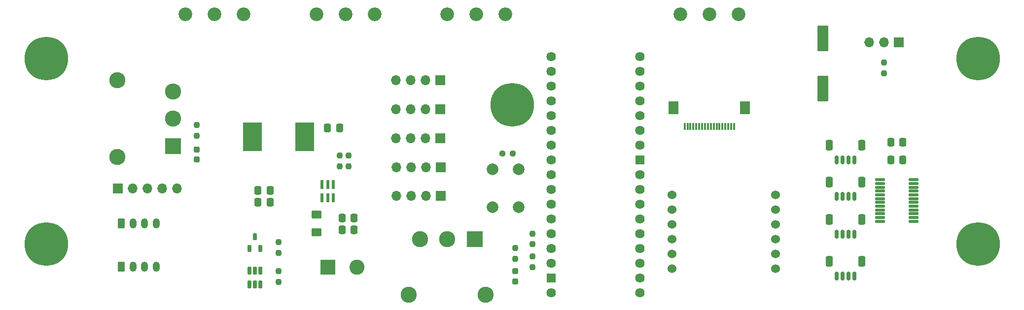
<source format=gbr>
%TF.GenerationSoftware,KiCad,Pcbnew,7.0.1-0*%
%TF.CreationDate,2023-07-02T18:57:52-05:00*%
%TF.ProjectId,Segway V3,53656777-6179-4205-9633-2e6b69636164,V1*%
%TF.SameCoordinates,Original*%
%TF.FileFunction,Soldermask,Top*%
%TF.FilePolarity,Negative*%
%FSLAX46Y46*%
G04 Gerber Fmt 4.6, Leading zero omitted, Abs format (unit mm)*
G04 Created by KiCad (PCBNEW 7.0.1-0) date 2023-07-02 18:57:52*
%MOMM*%
%LPD*%
G01*
G04 APERTURE LIST*
G04 Aperture macros list*
%AMRoundRect*
0 Rectangle with rounded corners*
0 $1 Rounding radius*
0 $2 $3 $4 $5 $6 $7 $8 $9 X,Y pos of 4 corners*
0 Add a 4 corners polygon primitive as box body*
4,1,4,$2,$3,$4,$5,$6,$7,$8,$9,$2,$3,0*
0 Add four circle primitives for the rounded corners*
1,1,$1+$1,$2,$3*
1,1,$1+$1,$4,$5*
1,1,$1+$1,$6,$7*
1,1,$1+$1,$8,$9*
0 Add four rect primitives between the rounded corners*
20,1,$1+$1,$2,$3,$4,$5,0*
20,1,$1+$1,$4,$5,$6,$7,0*
20,1,$1+$1,$6,$7,$8,$9,0*
20,1,$1+$1,$8,$9,$2,$3,0*%
G04 Aperture macros list end*
%ADD10C,2.340000*%
%ADD11RoundRect,0.237500X0.237500X-0.250000X0.237500X0.250000X-0.237500X0.250000X-0.237500X-0.250000X0*%
%ADD12RoundRect,0.250000X0.700000X-1.950000X0.700000X1.950000X-0.700000X1.950000X-0.700000X-1.950000X0*%
%ADD13R,1.700000X1.700000*%
%ADD14O,1.700000X1.700000*%
%ADD15RoundRect,0.250000X0.337500X0.475000X-0.337500X0.475000X-0.337500X-0.475000X0.337500X-0.475000X0*%
%ADD16RoundRect,0.237500X0.250000X0.237500X-0.250000X0.237500X-0.250000X-0.237500X0.250000X-0.237500X0*%
%ADD17C,2.000000*%
%ADD18RoundRect,0.237500X0.237500X-0.287500X0.237500X0.287500X-0.237500X0.287500X-0.237500X-0.287500X0*%
%ADD19C,7.500000*%
%ADD20C,1.524000*%
%ADD21RoundRect,0.250000X-0.337500X-0.475000X0.337500X-0.475000X0.337500X0.475000X-0.337500X0.475000X0*%
%ADD22RoundRect,0.150000X-0.150000X-0.625000X0.150000X-0.625000X0.150000X0.625000X-0.150000X0.625000X0*%
%ADD23RoundRect,0.250000X-0.350000X-0.650000X0.350000X-0.650000X0.350000X0.650000X-0.350000X0.650000X0*%
%ADD24RoundRect,0.250000X-0.350000X-0.625000X0.350000X-0.625000X0.350000X0.625000X-0.350000X0.625000X0*%
%ADD25O,1.200000X1.750000*%
%ADD26C,2.600000*%
%ADD27R,2.600000X2.600000*%
%ADD28C,2.775000*%
%ADD29R,2.775000X2.775000*%
%ADD30C,1.625600*%
%ADD31RoundRect,0.025400X0.736600X0.736600X-0.736600X0.736600X-0.736600X-0.736600X0.736600X-0.736600X0*%
%ADD32RoundRect,0.237500X-0.237500X0.250000X-0.237500X-0.250000X0.237500X-0.250000X0.237500X0.250000X0*%
%ADD33RoundRect,0.041300X0.253700X-0.683700X0.253700X0.683700X-0.253700X0.683700X-0.253700X-0.683700X0*%
%ADD34RoundRect,0.250001X0.624999X-0.462499X0.624999X0.462499X-0.624999X0.462499X-0.624999X-0.462499X0*%
%ADD35RoundRect,0.090000X0.210000X-0.585000X0.210000X0.585000X-0.210000X0.585000X-0.210000X-0.585000X0*%
%ADD36R,3.175000X4.950000*%
%ADD37RoundRect,0.020500X-0.764500X-0.184500X0.764500X-0.184500X0.764500X0.184500X-0.764500X0.184500X0*%
%ADD38R,0.300000X1.300000*%
%ADD39R,1.800000X2.200000*%
%ADD40RoundRect,0.048800X0.256200X-0.541200X0.256200X0.541200X-0.256200X0.541200X-0.256200X-0.541200X0*%
G04 APERTURE END LIST*
D10*
%TO.C,Ki*%
X136380000Y-96380000D03*
X131380000Y-96380000D03*
X126380000Y-96380000D03*
%TD*%
D11*
%TO.C,R_LED1*%
X223880000Y-106555000D03*
X223880000Y-104730000D03*
%TD*%
D12*
%TO.C,C_LED1*%
X213380000Y-109230000D03*
X213380000Y-100530000D03*
%TD*%
D13*
%TO.C,J2*%
X226380000Y-101230000D03*
D14*
X223840000Y-101230000D03*
X221300000Y-101230000D03*
%TD*%
D15*
%TO.C,Cout*%
X116350000Y-128725000D03*
X118425000Y-128725000D03*
%TD*%
%TO.C,Cout2*%
X118425000Y-126725000D03*
X116350000Y-126725000D03*
%TD*%
D16*
%TO.C,R_RESET1*%
X160137500Y-120380000D03*
X158312500Y-120380000D03*
%TD*%
D17*
%TO.C,RESET*%
X161130000Y-123130000D03*
X161130000Y-129630000D03*
X156630000Y-123130000D03*
X156630000Y-129630000D03*
%TD*%
D18*
%TO.C,D2*%
X160500000Y-140625000D03*
X160500000Y-142375000D03*
%TD*%
D19*
%TO.C,REF\u002A\u002A*%
X240000000Y-136000000D03*
%TD*%
%TO.C,REF\u002A\u002A*%
X240000000Y-104000000D03*
%TD*%
%TO.C,REF\u002A\u002A*%
X160000000Y-112000000D03*
%TD*%
%TO.C,REF\u002A\u002A*%
X80000000Y-136000000D03*
%TD*%
%TO.C,REF\u002A\u002A*%
X80000000Y-104000000D03*
%TD*%
D18*
%TO.C,LED*%
X105880000Y-121417500D03*
X105880000Y-119667500D03*
%TD*%
D11*
%TO.C,R_ZVD_2*%
X119880000Y-142452500D03*
X119880000Y-140627500D03*
%TD*%
%TO.C,R_ZVD_1*%
X119880000Y-135627500D03*
X119880000Y-137452500D03*
%TD*%
%TO.C,R_PWR1*%
X160500000Y-138500000D03*
X160500000Y-136675000D03*
%TD*%
D20*
%TO.C,A1*%
X187490000Y-127530000D03*
X187490000Y-130070000D03*
X187490000Y-132610000D03*
X187490000Y-135150000D03*
X187490000Y-137690000D03*
X187490000Y-140230000D03*
X205270000Y-127530000D03*
X205270000Y-130070000D03*
X205270000Y-132610000D03*
X205270000Y-135150000D03*
X205270000Y-137690000D03*
X205270000Y-140230000D03*
%TD*%
D11*
%TO.C,RBAT2*%
X163500000Y-134175000D03*
X163500000Y-136000000D03*
%TD*%
%TO.C,RBAT1*%
X163500000Y-138087500D03*
X163500000Y-139912500D03*
%TD*%
D21*
%TO.C,10uF*%
X225022500Y-118455000D03*
X227097500Y-118455000D03*
%TD*%
D22*
%TO.C,Qw4*%
X215760000Y-141455000D03*
X216760000Y-141455000D03*
X217760000Y-141455000D03*
X218760000Y-141455000D03*
D23*
X214460000Y-138930000D03*
X220060000Y-138930000D03*
%TD*%
D15*
%TO.C,Cin2*%
X132855000Y-131475000D03*
X130780000Y-131475000D03*
%TD*%
D10*
%TO.C,Kp*%
X148880000Y-96380000D03*
X153880000Y-96380000D03*
X158880000Y-96380000D03*
%TD*%
D24*
%TO.C,E2*%
X92880000Y-139880000D03*
D25*
X94880000Y-139880000D03*
X96880000Y-139880000D03*
X98880000Y-139880000D03*
%TD*%
D26*
%TO.C,J9*%
X133387500Y-139975000D03*
D27*
X128387500Y-139975000D03*
%TD*%
D22*
%TO.C,Qw2*%
X215760000Y-127780000D03*
X216760000Y-127780000D03*
X217760000Y-127780000D03*
X218760000Y-127780000D03*
D23*
X214460000Y-125255000D03*
X220060000Y-125255000D03*
%TD*%
D13*
%TO.C,5V*%
X147680000Y-112780000D03*
D14*
X145140000Y-112780000D03*
X142600000Y-112780000D03*
X140060000Y-112780000D03*
%TD*%
D28*
%TO.C,SW2*%
X92215000Y-107775000D03*
X92215000Y-120985000D03*
X101745000Y-109680000D03*
X101745000Y-114380000D03*
D29*
X101745000Y-119080000D03*
%TD*%
D13*
%TO.C,i2C*%
X147720000Y-122780000D03*
D14*
X145180000Y-122780000D03*
X142640000Y-122780000D03*
X140100000Y-122780000D03*
%TD*%
D30*
%TO.C,ESP32 ProS3*%
X182000000Y-144360000D03*
X182000000Y-141820000D03*
X182000000Y-139280000D03*
X182000000Y-136740000D03*
X182000000Y-134200000D03*
X182000000Y-131660000D03*
X182000000Y-129120000D03*
X182000000Y-126580000D03*
X182000000Y-124040000D03*
D31*
X182000000Y-121500000D03*
D30*
X182000000Y-118960000D03*
X182000000Y-116420000D03*
X182000000Y-113880000D03*
X182000000Y-111340000D03*
X182000000Y-108800000D03*
X182000000Y-106260000D03*
X182000000Y-103720000D03*
X166760000Y-103720000D03*
X166760000Y-106260000D03*
X166760000Y-108800000D03*
X166760000Y-111340000D03*
X166760000Y-113880000D03*
X166760000Y-116420000D03*
X166760000Y-118960000D03*
X166760000Y-121500000D03*
X166760000Y-124040000D03*
X166760000Y-126580000D03*
X166760000Y-129120000D03*
X166760000Y-131660000D03*
X166760000Y-134200000D03*
X166760000Y-136740000D03*
X166760000Y-139280000D03*
D31*
X166760000Y-141820000D03*
D30*
X166760000Y-144360000D03*
%TD*%
D10*
%TO.C,POT4*%
X188880000Y-96380000D03*
X193880000Y-96380000D03*
X198880000Y-96380000D03*
%TD*%
D32*
%TO.C,Rfbt1*%
X131887500Y-122550000D03*
X131887500Y-120725000D03*
%TD*%
D33*
%TO.C,U3*%
X127387500Y-125725000D03*
X128337500Y-125725000D03*
X129287500Y-125725000D03*
X129287500Y-128035000D03*
X128337500Y-128035000D03*
X127387500Y-128035000D03*
%TD*%
D13*
%TO.C,J8*%
X92305000Y-126380000D03*
D14*
X94845000Y-126380000D03*
X97385000Y-126380000D03*
X99925000Y-126380000D03*
X102465000Y-126380000D03*
%TD*%
D13*
%TO.C,UART*%
X147720000Y-127680000D03*
D14*
X145180000Y-127680000D03*
X142640000Y-127680000D03*
X140100000Y-127680000D03*
%TD*%
D34*
%TO.C,2A FUSE*%
X126380000Y-133885000D03*
X126380000Y-130910000D03*
%TD*%
D35*
%TO.C,Q1*%
X114880000Y-140540000D03*
X115830000Y-140540000D03*
X116780000Y-140540000D03*
X116780000Y-142910000D03*
X115830000Y-142910000D03*
X114880000Y-142910000D03*
%TD*%
D22*
%TO.C,Qw3*%
X215760000Y-134280000D03*
X216760000Y-134280000D03*
X217760000Y-134280000D03*
X218760000Y-134280000D03*
D23*
X214460000Y-131755000D03*
X220060000Y-131755000D03*
%TD*%
D15*
%TO.C,Cin*%
X130817500Y-133475000D03*
X132892500Y-133475000D03*
%TD*%
D13*
%TO.C,3.3V*%
X147680000Y-117780000D03*
D14*
X145140000Y-117780000D03*
X142600000Y-117780000D03*
X140060000Y-117780000D03*
%TD*%
D11*
%TO.C,Rfbb1*%
X130387500Y-120725000D03*
X130387500Y-122550000D03*
%TD*%
D21*
%TO.C,Cbst*%
X130387500Y-116000000D03*
X128312500Y-116000000D03*
%TD*%
D32*
%TO.C,R_MOTOR1*%
X105880000Y-115467500D03*
X105880000Y-117292500D03*
%TD*%
D24*
%TO.C,E1*%
X92880000Y-132380000D03*
D25*
X94880000Y-132380000D03*
X96880000Y-132380000D03*
X98880000Y-132380000D03*
%TD*%
D21*
%TO.C,C_i2C2*%
X225022500Y-121455000D03*
X227097500Y-121455000D03*
%TD*%
D36*
%TO.C,L1*%
X115372500Y-117475000D03*
X124387500Y-117475000D03*
%TD*%
D14*
%TO.C,GND*%
X140060000Y-107780000D03*
X142600000Y-107780000D03*
X145140000Y-107780000D03*
D13*
X147680000Y-107780000D03*
%TD*%
D28*
%TO.C,S1*%
X142275000Y-144645000D03*
X155485000Y-144645000D03*
X144180000Y-135115000D03*
X148880000Y-135115000D03*
D29*
X153580000Y-135115000D03*
%TD*%
D37*
%TO.C,U2*%
X223190000Y-124880000D03*
X223190000Y-125530000D03*
X223190000Y-126180000D03*
X223190000Y-126830000D03*
X223190000Y-127480000D03*
X223190000Y-128130000D03*
X223190000Y-128780000D03*
X223190000Y-129430000D03*
X223190000Y-130080000D03*
X223190000Y-130730000D03*
X223190000Y-131380000D03*
X223190000Y-132030000D03*
X228930000Y-132030000D03*
X228930000Y-131380000D03*
X228930000Y-130730000D03*
X228930000Y-130080000D03*
X228930000Y-129430000D03*
X228930000Y-128780000D03*
X228930000Y-128130000D03*
X228930000Y-127480000D03*
X228930000Y-126830000D03*
X228930000Y-126180000D03*
X228930000Y-125530000D03*
X228930000Y-124880000D03*
%TD*%
D22*
%TO.C,Qw1*%
X215760000Y-121455000D03*
X216760000Y-121455000D03*
X217760000Y-121455000D03*
X218760000Y-121455000D03*
D23*
X214460000Y-118930000D03*
X220060000Y-118930000D03*
%TD*%
D10*
%TO.C,Kd*%
X103880000Y-96380000D03*
X108880000Y-96380000D03*
X113880000Y-96380000D03*
%TD*%
D38*
%TO.C,U4*%
X198130000Y-115730000D03*
X197630000Y-115730000D03*
X197130000Y-115730000D03*
X196630000Y-115730000D03*
X196130000Y-115730000D03*
X195630000Y-115730000D03*
X195130000Y-115730000D03*
X194630000Y-115730000D03*
X194130000Y-115730000D03*
X193630000Y-115730000D03*
X193130000Y-115730000D03*
X192630000Y-115730000D03*
X192130000Y-115730000D03*
X191630000Y-115730000D03*
X191130000Y-115730000D03*
X190630000Y-115730000D03*
X190130000Y-115730000D03*
X189630000Y-115730000D03*
D39*
X200030000Y-112480000D03*
X187730000Y-112480000D03*
%TD*%
D40*
%TO.C,Q2*%
X115830000Y-134700000D03*
X116745000Y-136750000D03*
X114915000Y-136750000D03*
%TD*%
M02*

</source>
